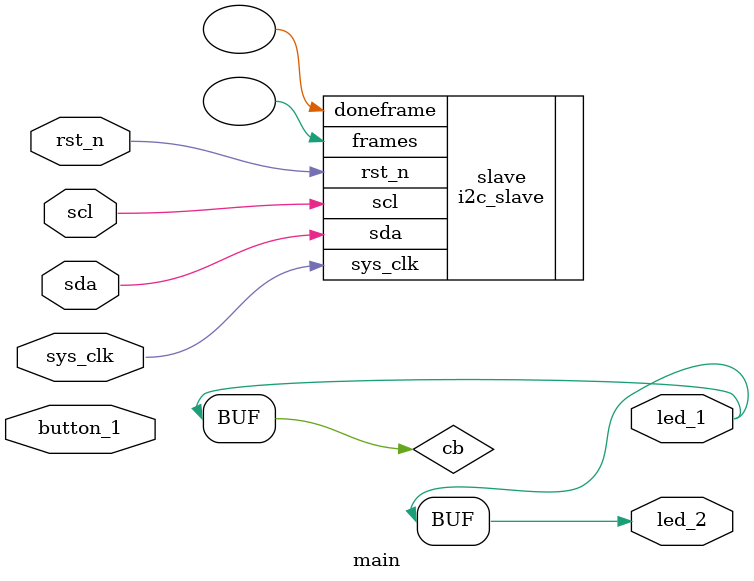
<source format=v>
`timescale 1ns / 1ps

module main(
    input wire sys_clk,
    input wire rst_n,
    input wire button_1,
    output wire led_1,
    output wire led_2,
    inout wire sda,
    input wire scl);

reg cb; 
assign led_1 = cb;
assign led_2 = cb;

wire [7:0]wframe;
reg cframenr;
wire framenr;

i2c_slave slave(
    .sys_clk(sys_clk),
    .rst_n(rst_n),
    .sda(sda), 
    .scl(scl),
    .frames(),
    .doneframe()
    );
    



always @(posedge sys_clk) begin
  if (!rst_n) begin
  end else begin
  end
end

endmodule


</source>
